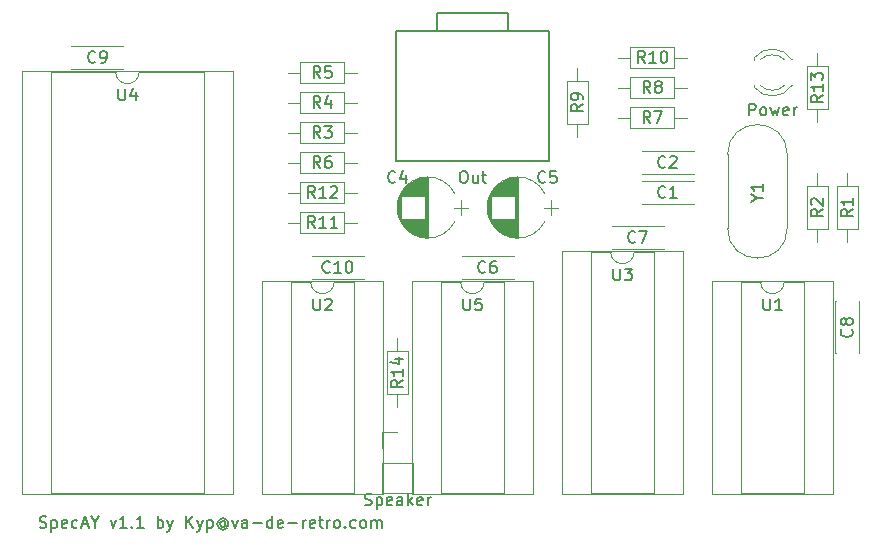
<source format=gto>
G04 #@! TF.FileFunction,Legend,Top*
%FSLAX45Y45*%
G04 Gerber Fmt 4.5, Leading zero omitted, Abs format (unit mm)*
G04 Created by KiCad (PCBNEW 4.0.7) date 03/07/18 09:30:50*
%MOMM*%
%LPD*%
G01*
G04 APERTURE LIST*
%ADD10C,0.100000*%
%ADD11C,0.200000*%
%ADD12C,0.120000*%
%ADD13C,0.150000*%
G04 APERTURE END LIST*
D10*
D11*
X11449048Y-10073476D02*
X11463333Y-10078238D01*
X11487143Y-10078238D01*
X11496667Y-10073476D01*
X11501429Y-10068714D01*
X11506190Y-10059191D01*
X11506190Y-10049667D01*
X11501429Y-10040143D01*
X11496667Y-10035381D01*
X11487143Y-10030619D01*
X11468095Y-10025857D01*
X11458571Y-10021095D01*
X11453809Y-10016333D01*
X11449048Y-10006810D01*
X11449048Y-9997286D01*
X11453809Y-9987762D01*
X11458571Y-9983000D01*
X11468095Y-9978238D01*
X11491905Y-9978238D01*
X11506190Y-9983000D01*
X11549048Y-10011571D02*
X11549048Y-10111571D01*
X11549048Y-10016333D02*
X11558571Y-10011571D01*
X11577619Y-10011571D01*
X11587143Y-10016333D01*
X11591905Y-10021095D01*
X11596667Y-10030619D01*
X11596667Y-10059191D01*
X11591905Y-10068714D01*
X11587143Y-10073476D01*
X11577619Y-10078238D01*
X11558571Y-10078238D01*
X11549048Y-10073476D01*
X11677619Y-10073476D02*
X11668095Y-10078238D01*
X11649048Y-10078238D01*
X11639524Y-10073476D01*
X11634762Y-10063952D01*
X11634762Y-10025857D01*
X11639524Y-10016333D01*
X11649048Y-10011571D01*
X11668095Y-10011571D01*
X11677619Y-10016333D01*
X11682381Y-10025857D01*
X11682381Y-10035381D01*
X11634762Y-10044905D01*
X11768095Y-10073476D02*
X11758571Y-10078238D01*
X11739524Y-10078238D01*
X11730000Y-10073476D01*
X11725238Y-10068714D01*
X11720476Y-10059191D01*
X11720476Y-10030619D01*
X11725238Y-10021095D01*
X11730000Y-10016333D01*
X11739524Y-10011571D01*
X11758571Y-10011571D01*
X11768095Y-10016333D01*
X11806190Y-10049667D02*
X11853810Y-10049667D01*
X11796667Y-10078238D02*
X11830000Y-9978238D01*
X11863333Y-10078238D01*
X11915714Y-10030619D02*
X11915714Y-10078238D01*
X11882381Y-9978238D02*
X11915714Y-10030619D01*
X11949048Y-9978238D01*
X12049048Y-10011571D02*
X12072857Y-10078238D01*
X12096667Y-10011571D01*
X12187143Y-10078238D02*
X12130000Y-10078238D01*
X12158571Y-10078238D02*
X12158571Y-9978238D01*
X12149048Y-9992524D01*
X12139524Y-10002048D01*
X12130000Y-10006810D01*
X12230000Y-10068714D02*
X12234762Y-10073476D01*
X12230000Y-10078238D01*
X12225238Y-10073476D01*
X12230000Y-10068714D01*
X12230000Y-10078238D01*
X12330000Y-10078238D02*
X12272857Y-10078238D01*
X12301429Y-10078238D02*
X12301429Y-9978238D01*
X12291905Y-9992524D01*
X12282381Y-10002048D01*
X12272857Y-10006810D01*
X12449048Y-10078238D02*
X12449048Y-9978238D01*
X12449048Y-10016333D02*
X12458571Y-10011571D01*
X12477619Y-10011571D01*
X12487143Y-10016333D01*
X12491905Y-10021095D01*
X12496667Y-10030619D01*
X12496667Y-10059191D01*
X12491905Y-10068714D01*
X12487143Y-10073476D01*
X12477619Y-10078238D01*
X12458571Y-10078238D01*
X12449048Y-10073476D01*
X12530000Y-10011571D02*
X12553810Y-10078238D01*
X12577619Y-10011571D02*
X12553810Y-10078238D01*
X12544286Y-10102048D01*
X12539524Y-10106810D01*
X12530000Y-10111571D01*
X12691905Y-10078238D02*
X12691905Y-9978238D01*
X12749048Y-10078238D02*
X12706191Y-10021095D01*
X12749048Y-9978238D02*
X12691905Y-10035381D01*
X12782381Y-10011571D02*
X12806191Y-10078238D01*
X12830000Y-10011571D02*
X12806191Y-10078238D01*
X12796667Y-10102048D01*
X12791905Y-10106810D01*
X12782381Y-10111571D01*
X12868095Y-10011571D02*
X12868095Y-10111571D01*
X12868095Y-10016333D02*
X12877619Y-10011571D01*
X12896667Y-10011571D01*
X12906191Y-10016333D01*
X12910953Y-10021095D01*
X12915714Y-10030619D01*
X12915714Y-10059191D01*
X12910953Y-10068714D01*
X12906191Y-10073476D01*
X12896667Y-10078238D01*
X12877619Y-10078238D01*
X12868095Y-10073476D01*
X13020476Y-10030619D02*
X13015714Y-10025857D01*
X13006191Y-10021095D01*
X12996667Y-10021095D01*
X12987143Y-10025857D01*
X12982381Y-10030619D01*
X12977619Y-10040143D01*
X12977619Y-10049667D01*
X12982381Y-10059191D01*
X12987143Y-10063952D01*
X12996667Y-10068714D01*
X13006191Y-10068714D01*
X13015714Y-10063952D01*
X13020476Y-10059191D01*
X13020476Y-10021095D02*
X13020476Y-10059191D01*
X13025238Y-10063952D01*
X13030000Y-10063952D01*
X13039524Y-10059191D01*
X13044286Y-10049667D01*
X13044286Y-10025857D01*
X13034762Y-10011571D01*
X13020476Y-10002048D01*
X13001429Y-9997286D01*
X12982381Y-10002048D01*
X12968095Y-10011571D01*
X12958572Y-10025857D01*
X12953810Y-10044905D01*
X12958572Y-10063952D01*
X12968095Y-10078238D01*
X12982381Y-10087762D01*
X13001429Y-10092524D01*
X13020476Y-10087762D01*
X13034762Y-10078238D01*
X13077619Y-10011571D02*
X13101429Y-10078238D01*
X13125238Y-10011571D01*
X13206191Y-10078238D02*
X13206191Y-10025857D01*
X13201429Y-10016333D01*
X13191905Y-10011571D01*
X13172857Y-10011571D01*
X13163333Y-10016333D01*
X13206191Y-10073476D02*
X13196667Y-10078238D01*
X13172857Y-10078238D01*
X13163333Y-10073476D01*
X13158572Y-10063952D01*
X13158572Y-10054429D01*
X13163333Y-10044905D01*
X13172857Y-10040143D01*
X13196667Y-10040143D01*
X13206191Y-10035381D01*
X13253810Y-10040143D02*
X13330000Y-10040143D01*
X13420476Y-10078238D02*
X13420476Y-9978238D01*
X13420476Y-10073476D02*
X13410953Y-10078238D01*
X13391905Y-10078238D01*
X13382381Y-10073476D01*
X13377619Y-10068714D01*
X13372857Y-10059191D01*
X13372857Y-10030619D01*
X13377619Y-10021095D01*
X13382381Y-10016333D01*
X13391905Y-10011571D01*
X13410953Y-10011571D01*
X13420476Y-10016333D01*
X13506191Y-10073476D02*
X13496667Y-10078238D01*
X13477619Y-10078238D01*
X13468095Y-10073476D01*
X13463333Y-10063952D01*
X13463333Y-10025857D01*
X13468095Y-10016333D01*
X13477619Y-10011571D01*
X13496667Y-10011571D01*
X13506191Y-10016333D01*
X13510953Y-10025857D01*
X13510953Y-10035381D01*
X13463333Y-10044905D01*
X13553810Y-10040143D02*
X13630000Y-10040143D01*
X13677619Y-10078238D02*
X13677619Y-10011571D01*
X13677619Y-10030619D02*
X13682381Y-10021095D01*
X13687143Y-10016333D01*
X13696667Y-10011571D01*
X13706191Y-10011571D01*
X13777619Y-10073476D02*
X13768095Y-10078238D01*
X13749048Y-10078238D01*
X13739524Y-10073476D01*
X13734762Y-10063952D01*
X13734762Y-10025857D01*
X13739524Y-10016333D01*
X13749048Y-10011571D01*
X13768095Y-10011571D01*
X13777619Y-10016333D01*
X13782381Y-10025857D01*
X13782381Y-10035381D01*
X13734762Y-10044905D01*
X13810953Y-10011571D02*
X13849048Y-10011571D01*
X13825238Y-9978238D02*
X13825238Y-10063952D01*
X13830000Y-10073476D01*
X13839524Y-10078238D01*
X13849048Y-10078238D01*
X13882381Y-10078238D02*
X13882381Y-10011571D01*
X13882381Y-10030619D02*
X13887143Y-10021095D01*
X13891905Y-10016333D01*
X13901429Y-10011571D01*
X13910953Y-10011571D01*
X13958572Y-10078238D02*
X13949048Y-10073476D01*
X13944286Y-10068714D01*
X13939524Y-10059191D01*
X13939524Y-10030619D01*
X13944286Y-10021095D01*
X13949048Y-10016333D01*
X13958572Y-10011571D01*
X13972857Y-10011571D01*
X13982381Y-10016333D01*
X13987143Y-10021095D01*
X13991905Y-10030619D01*
X13991905Y-10059191D01*
X13987143Y-10068714D01*
X13982381Y-10073476D01*
X13972857Y-10078238D01*
X13958572Y-10078238D01*
X14034762Y-10068714D02*
X14039524Y-10073476D01*
X14034762Y-10078238D01*
X14030000Y-10073476D01*
X14034762Y-10068714D01*
X14034762Y-10078238D01*
X14125238Y-10073476D02*
X14115715Y-10078238D01*
X14096667Y-10078238D01*
X14087143Y-10073476D01*
X14082381Y-10068714D01*
X14077619Y-10059191D01*
X14077619Y-10030619D01*
X14082381Y-10021095D01*
X14087143Y-10016333D01*
X14096667Y-10011571D01*
X14115715Y-10011571D01*
X14125238Y-10016333D01*
X14182381Y-10078238D02*
X14172857Y-10073476D01*
X14168095Y-10068714D01*
X14163334Y-10059191D01*
X14163334Y-10030619D01*
X14168095Y-10021095D01*
X14172857Y-10016333D01*
X14182381Y-10011571D01*
X14196667Y-10011571D01*
X14206191Y-10016333D01*
X14210953Y-10021095D01*
X14215715Y-10030619D01*
X14215715Y-10059191D01*
X14210953Y-10068714D01*
X14206191Y-10073476D01*
X14196667Y-10078238D01*
X14182381Y-10078238D01*
X14258572Y-10078238D02*
X14258572Y-10011571D01*
X14258572Y-10021095D02*
X14263334Y-10016333D01*
X14272857Y-10011571D01*
X14287143Y-10011571D01*
X14296667Y-10016333D01*
X14301429Y-10025857D01*
X14301429Y-10078238D01*
X14301429Y-10025857D02*
X14306191Y-10016333D01*
X14315715Y-10011571D01*
X14330000Y-10011571D01*
X14339524Y-10016333D01*
X14344286Y-10025857D01*
X14344286Y-10078238D01*
D12*
X16483000Y-7741000D02*
G75*
G02X16283000Y-7741000I-100000J0D01*
G01*
X16283000Y-7741000D02*
X16118000Y-7741000D01*
X16118000Y-7741000D02*
X16118000Y-9785000D01*
X16118000Y-9785000D02*
X16648000Y-9785000D01*
X16648000Y-9785000D02*
X16648000Y-7741000D01*
X16648000Y-7741000D02*
X16483000Y-7741000D01*
X15869000Y-7735000D02*
X15869000Y-9791000D01*
X15869000Y-9791000D02*
X16897000Y-9791000D01*
X16897000Y-9791000D02*
X16897000Y-7735000D01*
X16897000Y-7735000D02*
X15869000Y-7735000D01*
X16989000Y-7340000D02*
X16547000Y-7340000D01*
X16989000Y-7138000D02*
X16547000Y-7138000D01*
X16989000Y-7340000D02*
X16989000Y-7338600D01*
X16989000Y-7139400D02*
X16989000Y-7138000D01*
X16547000Y-7340000D02*
X16547000Y-7338600D01*
X16547000Y-7139400D02*
X16547000Y-7138000D01*
X16989000Y-7086000D02*
X16547000Y-7086000D01*
X16989000Y-6884000D02*
X16547000Y-6884000D01*
X16989000Y-7086000D02*
X16989000Y-7084600D01*
X16989000Y-6885400D02*
X16989000Y-6884000D01*
X16547000Y-7086000D02*
X16547000Y-7084600D01*
X16547000Y-6885400D02*
X16547000Y-6884000D01*
X15465000Y-7975000D02*
X15023000Y-7975000D01*
X15465000Y-7773000D02*
X15023000Y-7773000D01*
X15465000Y-7975000D02*
X15465000Y-7973600D01*
X15465000Y-7774400D02*
X15465000Y-7773000D01*
X15023000Y-7975000D02*
X15023000Y-7973600D01*
X15023000Y-7774400D02*
X15023000Y-7773000D01*
X16735000Y-7721000D02*
X16293000Y-7721000D01*
X16735000Y-7519000D02*
X16293000Y-7519000D01*
X16735000Y-7721000D02*
X16735000Y-7719600D01*
X16735000Y-7520400D02*
X16735000Y-7519000D01*
X16293000Y-7721000D02*
X16293000Y-7719600D01*
X16293000Y-7520400D02*
X16293000Y-7519000D01*
X18389000Y-8157000D02*
X18389000Y-8599000D01*
X18187000Y-8157000D02*
X18187000Y-8599000D01*
X18389000Y-8157000D02*
X18387600Y-8157000D01*
X18188400Y-8157000D02*
X18187000Y-8157000D01*
X18389000Y-8599000D02*
X18387600Y-8599000D01*
X18188400Y-8599000D02*
X18187000Y-8599000D01*
X11713000Y-5995000D02*
X12155000Y-5995000D01*
X11713000Y-6197000D02*
X12155000Y-6197000D01*
X11713000Y-5995000D02*
X11713000Y-5996400D01*
X11713000Y-6195600D02*
X11713000Y-6197000D01*
X12155000Y-5995000D02*
X12155000Y-5996400D01*
X12155000Y-6195600D02*
X12155000Y-6197000D01*
X18374000Y-7180000D02*
X18202000Y-7180000D01*
X18202000Y-7180000D02*
X18202000Y-7552000D01*
X18202000Y-7552000D02*
X18374000Y-7552000D01*
X18374000Y-7552000D02*
X18374000Y-7180000D01*
X18288000Y-7073000D02*
X18288000Y-7180000D01*
X18288000Y-7659000D02*
X18288000Y-7552000D01*
X17948000Y-7552000D02*
X18120000Y-7552000D01*
X18120000Y-7552000D02*
X18120000Y-7180000D01*
X18120000Y-7180000D02*
X17948000Y-7180000D01*
X17948000Y-7180000D02*
X17948000Y-7552000D01*
X18034000Y-7659000D02*
X18034000Y-7552000D01*
X18034000Y-7073000D02*
X18034000Y-7180000D01*
X13657000Y-6645000D02*
X13657000Y-6817000D01*
X13657000Y-6817000D02*
X14029000Y-6817000D01*
X14029000Y-6817000D02*
X14029000Y-6645000D01*
X14029000Y-6645000D02*
X13657000Y-6645000D01*
X13550000Y-6731000D02*
X13657000Y-6731000D01*
X14136000Y-6731000D02*
X14029000Y-6731000D01*
X13657000Y-6391000D02*
X13657000Y-6563000D01*
X13657000Y-6563000D02*
X14029000Y-6563000D01*
X14029000Y-6563000D02*
X14029000Y-6391000D01*
X14029000Y-6391000D02*
X13657000Y-6391000D01*
X13550000Y-6477000D02*
X13657000Y-6477000D01*
X14136000Y-6477000D02*
X14029000Y-6477000D01*
X13657000Y-6137000D02*
X13657000Y-6309000D01*
X13657000Y-6309000D02*
X14029000Y-6309000D01*
X14029000Y-6309000D02*
X14029000Y-6137000D01*
X14029000Y-6137000D02*
X13657000Y-6137000D01*
X13550000Y-6223000D02*
X13657000Y-6223000D01*
X14136000Y-6223000D02*
X14029000Y-6223000D01*
X13657000Y-6899000D02*
X13657000Y-7071000D01*
X13657000Y-7071000D02*
X14029000Y-7071000D01*
X14029000Y-7071000D02*
X14029000Y-6899000D01*
X14029000Y-6899000D02*
X13657000Y-6899000D01*
X13550000Y-6985000D02*
X13657000Y-6985000D01*
X14136000Y-6985000D02*
X14029000Y-6985000D01*
X16451000Y-6518000D02*
X16451000Y-6690000D01*
X16451000Y-6690000D02*
X16823000Y-6690000D01*
X16823000Y-6690000D02*
X16823000Y-6518000D01*
X16823000Y-6518000D02*
X16451000Y-6518000D01*
X16344000Y-6604000D02*
X16451000Y-6604000D01*
X16930000Y-6604000D02*
X16823000Y-6604000D01*
X16451000Y-6264000D02*
X16451000Y-6436000D01*
X16451000Y-6436000D02*
X16823000Y-6436000D01*
X16823000Y-6436000D02*
X16823000Y-6264000D01*
X16823000Y-6264000D02*
X16451000Y-6264000D01*
X16344000Y-6350000D02*
X16451000Y-6350000D01*
X16930000Y-6350000D02*
X16823000Y-6350000D01*
X16088000Y-6291000D02*
X15916000Y-6291000D01*
X15916000Y-6291000D02*
X15916000Y-6663000D01*
X15916000Y-6663000D02*
X16088000Y-6663000D01*
X16088000Y-6663000D02*
X16088000Y-6291000D01*
X16002000Y-6184000D02*
X16002000Y-6291000D01*
X16002000Y-6770000D02*
X16002000Y-6663000D01*
X16451000Y-6010000D02*
X16451000Y-6182000D01*
X16451000Y-6182000D02*
X16823000Y-6182000D01*
X16823000Y-6182000D02*
X16823000Y-6010000D01*
X16823000Y-6010000D02*
X16451000Y-6010000D01*
X16344000Y-6096000D02*
X16451000Y-6096000D01*
X16930000Y-6096000D02*
X16823000Y-6096000D01*
X13657000Y-7407000D02*
X13657000Y-7579000D01*
X13657000Y-7579000D02*
X14029000Y-7579000D01*
X14029000Y-7579000D02*
X14029000Y-7407000D01*
X14029000Y-7407000D02*
X13657000Y-7407000D01*
X13550000Y-7493000D02*
X13657000Y-7493000D01*
X14136000Y-7493000D02*
X14029000Y-7493000D01*
X13657000Y-7153000D02*
X13657000Y-7325000D01*
X13657000Y-7325000D02*
X14029000Y-7325000D01*
X14029000Y-7325000D02*
X14029000Y-7153000D01*
X14029000Y-7153000D02*
X13657000Y-7153000D01*
X13550000Y-7239000D02*
X13657000Y-7239000D01*
X14136000Y-7239000D02*
X14029000Y-7239000D01*
X17753000Y-7995000D02*
G75*
G02X17553000Y-7995000I-100000J0D01*
G01*
X17553000Y-7995000D02*
X17388000Y-7995000D01*
X17388000Y-7995000D02*
X17388000Y-9785000D01*
X17388000Y-9785000D02*
X17918000Y-9785000D01*
X17918000Y-9785000D02*
X17918000Y-7995000D01*
X17918000Y-7995000D02*
X17753000Y-7995000D01*
X17139000Y-7989000D02*
X17139000Y-9791000D01*
X17139000Y-9791000D02*
X18167000Y-9791000D01*
X18167000Y-9791000D02*
X18167000Y-7989000D01*
X18167000Y-7989000D02*
X17139000Y-7989000D01*
X13943000Y-7995000D02*
G75*
G02X13743000Y-7995000I-100000J0D01*
G01*
X13743000Y-7995000D02*
X13578000Y-7995000D01*
X13578000Y-7995000D02*
X13578000Y-9785000D01*
X13578000Y-9785000D02*
X14108000Y-9785000D01*
X14108000Y-9785000D02*
X14108000Y-7995000D01*
X14108000Y-7995000D02*
X13943000Y-7995000D01*
X13329000Y-7989000D02*
X13329000Y-9791000D01*
X13329000Y-9791000D02*
X14357000Y-9791000D01*
X14357000Y-9791000D02*
X14357000Y-7989000D01*
X14357000Y-7989000D02*
X13329000Y-7989000D01*
X12292000Y-6217000D02*
G75*
G02X12092000Y-6217000I-100000J0D01*
G01*
X12092000Y-6217000D02*
X11546000Y-6217000D01*
X11546000Y-6217000D02*
X11546000Y-9785000D01*
X11546000Y-9785000D02*
X12838000Y-9785000D01*
X12838000Y-9785000D02*
X12838000Y-6217000D01*
X12838000Y-6217000D02*
X12292000Y-6217000D01*
X11297000Y-6211000D02*
X11297000Y-9791000D01*
X11297000Y-9791000D02*
X13087000Y-9791000D01*
X13087000Y-9791000D02*
X13087000Y-6211000D01*
X13087000Y-6211000D02*
X11297000Y-6211000D01*
X17778500Y-6916500D02*
X17778500Y-7541500D01*
X17273500Y-6916500D02*
X17273500Y-7541500D01*
X17273500Y-6916500D02*
G75*
G02X17778500Y-6916500I252500J0D01*
G01*
X17273500Y-7541500D02*
G75*
G03X17778500Y-7541500I252500J0D01*
G01*
X14503428Y-7483972D02*
G75*
G03X14964558Y-7484000I230572J117972D01*
G01*
X14503428Y-7248028D02*
G75*
G02X14964558Y-7248000I230572J-117972D01*
G01*
X14503428Y-7248028D02*
G75*
G03X14503442Y-7484000I230572J-117972D01*
G01*
X14734000Y-7621000D02*
X14734000Y-7111000D01*
X14730000Y-7621000D02*
X14730000Y-7111000D01*
X14726000Y-7620900D02*
X14726000Y-7111100D01*
X14722000Y-7620800D02*
X14722000Y-7111200D01*
X14718000Y-7620600D02*
X14718000Y-7111400D01*
X14714000Y-7620300D02*
X14714000Y-7111700D01*
X14710000Y-7619900D02*
X14710000Y-7112100D01*
X14706000Y-7619500D02*
X14706000Y-7464000D01*
X14706000Y-7268000D02*
X14706000Y-7112500D01*
X14702000Y-7619100D02*
X14702000Y-7464000D01*
X14702000Y-7268000D02*
X14702000Y-7112900D01*
X14698000Y-7618500D02*
X14698000Y-7464000D01*
X14698000Y-7268000D02*
X14698000Y-7113500D01*
X14694000Y-7617900D02*
X14694000Y-7464000D01*
X14694000Y-7268000D02*
X14694000Y-7114100D01*
X14690000Y-7617300D02*
X14690000Y-7464000D01*
X14690000Y-7268000D02*
X14690000Y-7114700D01*
X14686000Y-7616600D02*
X14686000Y-7464000D01*
X14686000Y-7268000D02*
X14686000Y-7115400D01*
X14682000Y-7615800D02*
X14682000Y-7464000D01*
X14682000Y-7268000D02*
X14682000Y-7116200D01*
X14678000Y-7614900D02*
X14678000Y-7464000D01*
X14678000Y-7268000D02*
X14678000Y-7117100D01*
X14674000Y-7614000D02*
X14674000Y-7464000D01*
X14674000Y-7268000D02*
X14674000Y-7118000D01*
X14670000Y-7613000D02*
X14670000Y-7464000D01*
X14670000Y-7268000D02*
X14670000Y-7119000D01*
X14666000Y-7612000D02*
X14666000Y-7464000D01*
X14666000Y-7268000D02*
X14666000Y-7120000D01*
X14661900Y-7610800D02*
X14661900Y-7464000D01*
X14661900Y-7268000D02*
X14661900Y-7121200D01*
X14657900Y-7609600D02*
X14657900Y-7464000D01*
X14657900Y-7268000D02*
X14657900Y-7122400D01*
X14653900Y-7608400D02*
X14653900Y-7464000D01*
X14653900Y-7268000D02*
X14653900Y-7123600D01*
X14649900Y-7607000D02*
X14649900Y-7464000D01*
X14649900Y-7268000D02*
X14649900Y-7125000D01*
X14645900Y-7605600D02*
X14645900Y-7464000D01*
X14645900Y-7268000D02*
X14645900Y-7126400D01*
X14641900Y-7604200D02*
X14641900Y-7464000D01*
X14641900Y-7268000D02*
X14641900Y-7127800D01*
X14637900Y-7602600D02*
X14637900Y-7464000D01*
X14637900Y-7268000D02*
X14637900Y-7129400D01*
X14633900Y-7601000D02*
X14633900Y-7464000D01*
X14633900Y-7268000D02*
X14633900Y-7131000D01*
X14629900Y-7599300D02*
X14629900Y-7464000D01*
X14629900Y-7268000D02*
X14629900Y-7132700D01*
X14625900Y-7597500D02*
X14625900Y-7464000D01*
X14625900Y-7268000D02*
X14625900Y-7134500D01*
X14621900Y-7595600D02*
X14621900Y-7464000D01*
X14621900Y-7268000D02*
X14621900Y-7136400D01*
X14617900Y-7593600D02*
X14617900Y-7464000D01*
X14617900Y-7268000D02*
X14617900Y-7138400D01*
X14613900Y-7591600D02*
X14613900Y-7464000D01*
X14613900Y-7268000D02*
X14613900Y-7140400D01*
X14609900Y-7589400D02*
X14609900Y-7464000D01*
X14609900Y-7268000D02*
X14609900Y-7142600D01*
X14605900Y-7587200D02*
X14605900Y-7464000D01*
X14605900Y-7268000D02*
X14605900Y-7144800D01*
X14601900Y-7584900D02*
X14601900Y-7464000D01*
X14601900Y-7268000D02*
X14601900Y-7147100D01*
X14597900Y-7582500D02*
X14597900Y-7464000D01*
X14597900Y-7268000D02*
X14597900Y-7149500D01*
X14593900Y-7580000D02*
X14593900Y-7464000D01*
X14593900Y-7268000D02*
X14593900Y-7152000D01*
X14589900Y-7577300D02*
X14589900Y-7464000D01*
X14589900Y-7268000D02*
X14589900Y-7154700D01*
X14585900Y-7574600D02*
X14585900Y-7464000D01*
X14585900Y-7268000D02*
X14585900Y-7157400D01*
X14581900Y-7571800D02*
X14581900Y-7464000D01*
X14581900Y-7268000D02*
X14581900Y-7160200D01*
X14577900Y-7568800D02*
X14577900Y-7464000D01*
X14577900Y-7268000D02*
X14577900Y-7163200D01*
X14573900Y-7565700D02*
X14573900Y-7464000D01*
X14573900Y-7268000D02*
X14573900Y-7166300D01*
X14569900Y-7562500D02*
X14569900Y-7464000D01*
X14569900Y-7268000D02*
X14569900Y-7169500D01*
X14565900Y-7559200D02*
X14565900Y-7464000D01*
X14565900Y-7268000D02*
X14565900Y-7172800D01*
X14561900Y-7555700D02*
X14561900Y-7464000D01*
X14561900Y-7268000D02*
X14561900Y-7176300D01*
X14557900Y-7552100D02*
X14557900Y-7464000D01*
X14557900Y-7268000D02*
X14557900Y-7179900D01*
X14553900Y-7548300D02*
X14553900Y-7464000D01*
X14553900Y-7268000D02*
X14553900Y-7183700D01*
X14549900Y-7544300D02*
X14549900Y-7464000D01*
X14549900Y-7268000D02*
X14549900Y-7187700D01*
X14545900Y-7540200D02*
X14545900Y-7464000D01*
X14545900Y-7268000D02*
X14545900Y-7191800D01*
X14541900Y-7535900D02*
X14541900Y-7464000D01*
X14541900Y-7268000D02*
X14541900Y-7196100D01*
X14537900Y-7531400D02*
X14537900Y-7464000D01*
X14537900Y-7268000D02*
X14537900Y-7200600D01*
X14533900Y-7526600D02*
X14533900Y-7464000D01*
X14533900Y-7268000D02*
X14533900Y-7205400D01*
X14529900Y-7521600D02*
X14529900Y-7464000D01*
X14529900Y-7268000D02*
X14529900Y-7210400D01*
X14525900Y-7516400D02*
X14525900Y-7464000D01*
X14525900Y-7268000D02*
X14525900Y-7215600D01*
X14521900Y-7510800D02*
X14521900Y-7464000D01*
X14521900Y-7268000D02*
X14521900Y-7221200D01*
X14517900Y-7505000D02*
X14517900Y-7464000D01*
X14517900Y-7268000D02*
X14517900Y-7227000D01*
X14513900Y-7498700D02*
X14513900Y-7464000D01*
X14513900Y-7268000D02*
X14513900Y-7233300D01*
X14509900Y-7492100D02*
X14509900Y-7239900D01*
X14505900Y-7484900D02*
X14505900Y-7247100D01*
X14501900Y-7477200D02*
X14501900Y-7254800D01*
X14497900Y-7468800D02*
X14497900Y-7263200D01*
X14493900Y-7459400D02*
X14493900Y-7272600D01*
X14489900Y-7448900D02*
X14489900Y-7283100D01*
X14485900Y-7436700D02*
X14485900Y-7295300D01*
X14481900Y-7421900D02*
X14481900Y-7310100D01*
X14477900Y-7401400D02*
X14477900Y-7330600D01*
X15079000Y-7366000D02*
X14959000Y-7366000D01*
X15019000Y-7431000D02*
X15019000Y-7301000D01*
X15265428Y-7483972D02*
G75*
G03X15726558Y-7484000I230572J117972D01*
G01*
X15265428Y-7248028D02*
G75*
G02X15726558Y-7248000I230572J-117972D01*
G01*
X15265428Y-7248028D02*
G75*
G03X15265442Y-7484000I230572J-117972D01*
G01*
X15496000Y-7621000D02*
X15496000Y-7111000D01*
X15492000Y-7621000D02*
X15492000Y-7111000D01*
X15488000Y-7620900D02*
X15488000Y-7111100D01*
X15484000Y-7620800D02*
X15484000Y-7111200D01*
X15480000Y-7620600D02*
X15480000Y-7111400D01*
X15476000Y-7620300D02*
X15476000Y-7111700D01*
X15472000Y-7619900D02*
X15472000Y-7112100D01*
X15468000Y-7619500D02*
X15468000Y-7464000D01*
X15468000Y-7268000D02*
X15468000Y-7112500D01*
X15464000Y-7619100D02*
X15464000Y-7464000D01*
X15464000Y-7268000D02*
X15464000Y-7112900D01*
X15460000Y-7618500D02*
X15460000Y-7464000D01*
X15460000Y-7268000D02*
X15460000Y-7113500D01*
X15456000Y-7617900D02*
X15456000Y-7464000D01*
X15456000Y-7268000D02*
X15456000Y-7114100D01*
X15452000Y-7617300D02*
X15452000Y-7464000D01*
X15452000Y-7268000D02*
X15452000Y-7114700D01*
X15448000Y-7616600D02*
X15448000Y-7464000D01*
X15448000Y-7268000D02*
X15448000Y-7115400D01*
X15444000Y-7615800D02*
X15444000Y-7464000D01*
X15444000Y-7268000D02*
X15444000Y-7116200D01*
X15440000Y-7614900D02*
X15440000Y-7464000D01*
X15440000Y-7268000D02*
X15440000Y-7117100D01*
X15436000Y-7614000D02*
X15436000Y-7464000D01*
X15436000Y-7268000D02*
X15436000Y-7118000D01*
X15432000Y-7613000D02*
X15432000Y-7464000D01*
X15432000Y-7268000D02*
X15432000Y-7119000D01*
X15428000Y-7612000D02*
X15428000Y-7464000D01*
X15428000Y-7268000D02*
X15428000Y-7120000D01*
X15423900Y-7610800D02*
X15423900Y-7464000D01*
X15423900Y-7268000D02*
X15423900Y-7121200D01*
X15419900Y-7609600D02*
X15419900Y-7464000D01*
X15419900Y-7268000D02*
X15419900Y-7122400D01*
X15415900Y-7608400D02*
X15415900Y-7464000D01*
X15415900Y-7268000D02*
X15415900Y-7123600D01*
X15411900Y-7607000D02*
X15411900Y-7464000D01*
X15411900Y-7268000D02*
X15411900Y-7125000D01*
X15407900Y-7605600D02*
X15407900Y-7464000D01*
X15407900Y-7268000D02*
X15407900Y-7126400D01*
X15403900Y-7604200D02*
X15403900Y-7464000D01*
X15403900Y-7268000D02*
X15403900Y-7127800D01*
X15399900Y-7602600D02*
X15399900Y-7464000D01*
X15399900Y-7268000D02*
X15399900Y-7129400D01*
X15395900Y-7601000D02*
X15395900Y-7464000D01*
X15395900Y-7268000D02*
X15395900Y-7131000D01*
X15391900Y-7599300D02*
X15391900Y-7464000D01*
X15391900Y-7268000D02*
X15391900Y-7132700D01*
X15387900Y-7597500D02*
X15387900Y-7464000D01*
X15387900Y-7268000D02*
X15387900Y-7134500D01*
X15383900Y-7595600D02*
X15383900Y-7464000D01*
X15383900Y-7268000D02*
X15383900Y-7136400D01*
X15379900Y-7593600D02*
X15379900Y-7464000D01*
X15379900Y-7268000D02*
X15379900Y-7138400D01*
X15375900Y-7591600D02*
X15375900Y-7464000D01*
X15375900Y-7268000D02*
X15375900Y-7140400D01*
X15371900Y-7589400D02*
X15371900Y-7464000D01*
X15371900Y-7268000D02*
X15371900Y-7142600D01*
X15367900Y-7587200D02*
X15367900Y-7464000D01*
X15367900Y-7268000D02*
X15367900Y-7144800D01*
X15363900Y-7584900D02*
X15363900Y-7464000D01*
X15363900Y-7268000D02*
X15363900Y-7147100D01*
X15359900Y-7582500D02*
X15359900Y-7464000D01*
X15359900Y-7268000D02*
X15359900Y-7149500D01*
X15355900Y-7580000D02*
X15355900Y-7464000D01*
X15355900Y-7268000D02*
X15355900Y-7152000D01*
X15351900Y-7577300D02*
X15351900Y-7464000D01*
X15351900Y-7268000D02*
X15351900Y-7154700D01*
X15347900Y-7574600D02*
X15347900Y-7464000D01*
X15347900Y-7268000D02*
X15347900Y-7157400D01*
X15343900Y-7571800D02*
X15343900Y-7464000D01*
X15343900Y-7268000D02*
X15343900Y-7160200D01*
X15339900Y-7568800D02*
X15339900Y-7464000D01*
X15339900Y-7268000D02*
X15339900Y-7163200D01*
X15335900Y-7565700D02*
X15335900Y-7464000D01*
X15335900Y-7268000D02*
X15335900Y-7166300D01*
X15331900Y-7562500D02*
X15331900Y-7464000D01*
X15331900Y-7268000D02*
X15331900Y-7169500D01*
X15327900Y-7559200D02*
X15327900Y-7464000D01*
X15327900Y-7268000D02*
X15327900Y-7172800D01*
X15323900Y-7555700D02*
X15323900Y-7464000D01*
X15323900Y-7268000D02*
X15323900Y-7176300D01*
X15319900Y-7552100D02*
X15319900Y-7464000D01*
X15319900Y-7268000D02*
X15319900Y-7179900D01*
X15315900Y-7548300D02*
X15315900Y-7464000D01*
X15315900Y-7268000D02*
X15315900Y-7183700D01*
X15311900Y-7544300D02*
X15311900Y-7464000D01*
X15311900Y-7268000D02*
X15311900Y-7187700D01*
X15307900Y-7540200D02*
X15307900Y-7464000D01*
X15307900Y-7268000D02*
X15307900Y-7191800D01*
X15303900Y-7535900D02*
X15303900Y-7464000D01*
X15303900Y-7268000D02*
X15303900Y-7196100D01*
X15299900Y-7531400D02*
X15299900Y-7464000D01*
X15299900Y-7268000D02*
X15299900Y-7200600D01*
X15295900Y-7526600D02*
X15295900Y-7464000D01*
X15295900Y-7268000D02*
X15295900Y-7205400D01*
X15291900Y-7521600D02*
X15291900Y-7464000D01*
X15291900Y-7268000D02*
X15291900Y-7210400D01*
X15287900Y-7516400D02*
X15287900Y-7464000D01*
X15287900Y-7268000D02*
X15287900Y-7215600D01*
X15283900Y-7510800D02*
X15283900Y-7464000D01*
X15283900Y-7268000D02*
X15283900Y-7221200D01*
X15279900Y-7505000D02*
X15279900Y-7464000D01*
X15279900Y-7268000D02*
X15279900Y-7227000D01*
X15275900Y-7498700D02*
X15275900Y-7464000D01*
X15275900Y-7268000D02*
X15275900Y-7233300D01*
X15271900Y-7492100D02*
X15271900Y-7239900D01*
X15267900Y-7484900D02*
X15267900Y-7247100D01*
X15263900Y-7477200D02*
X15263900Y-7254800D01*
X15259900Y-7468800D02*
X15259900Y-7263200D01*
X15255900Y-7459400D02*
X15255900Y-7272600D01*
X15251900Y-7448900D02*
X15251900Y-7283100D01*
X15247900Y-7436700D02*
X15247900Y-7295300D01*
X15243900Y-7421900D02*
X15243900Y-7310100D01*
X15239900Y-7401400D02*
X15239900Y-7330600D01*
X15841000Y-7366000D02*
X15721000Y-7366000D01*
X15781000Y-7431000D02*
X15781000Y-7301000D01*
D13*
X15413000Y-5873000D02*
X15413000Y-5723000D01*
X15413000Y-5723000D02*
X14813000Y-5723000D01*
X14813000Y-5723000D02*
X14813000Y-5873000D01*
X14463000Y-6973000D02*
X15763000Y-6973000D01*
X15763000Y-6973000D02*
X15763000Y-5873000D01*
X15763000Y-5873000D02*
X14463000Y-5873000D01*
X14463000Y-5873000D02*
X14463000Y-6973000D01*
D12*
X14195000Y-7975000D02*
X13753000Y-7975000D01*
X14195000Y-7773000D02*
X13753000Y-7773000D01*
X14195000Y-7975000D02*
X14195000Y-7973600D01*
X14195000Y-7774400D02*
X14195000Y-7773000D01*
X13753000Y-7975000D02*
X13753000Y-7973600D01*
X13753000Y-7774400D02*
X13753000Y-7773000D01*
X15213000Y-7995000D02*
G75*
G02X15013000Y-7995000I-100000J0D01*
G01*
X15013000Y-7995000D02*
X14848000Y-7995000D01*
X14848000Y-7995000D02*
X14848000Y-9785000D01*
X14848000Y-9785000D02*
X15378000Y-9785000D01*
X15378000Y-9785000D02*
X15378000Y-7995000D01*
X15378000Y-7995000D02*
X15213000Y-7995000D01*
X14599000Y-7989000D02*
X14599000Y-9791000D01*
X14599000Y-9791000D02*
X15627000Y-9791000D01*
X15627000Y-9791000D02*
X15627000Y-7989000D01*
X15627000Y-7989000D02*
X14599000Y-7989000D01*
X17820234Y-6115139D02*
G75*
G03X17497000Y-6099448I-167234J-107861D01*
G01*
X17820234Y-6330861D02*
G75*
G02X17497000Y-6346552I-167234J107861D01*
G01*
X17757113Y-6115016D02*
G75*
G03X17548904Y-6115000I-104113J-107984D01*
G01*
X17757113Y-6330984D02*
G75*
G02X17548904Y-6331000I-104113J107984D01*
G01*
X17497000Y-6099400D02*
X17497000Y-6115000D01*
X17497000Y-6331000D02*
X17497000Y-6346600D01*
X18120000Y-6164000D02*
X17948000Y-6164000D01*
X17948000Y-6164000D02*
X17948000Y-6536000D01*
X17948000Y-6536000D02*
X18120000Y-6536000D01*
X18120000Y-6536000D02*
X18120000Y-6164000D01*
X18034000Y-6057000D02*
X18034000Y-6164000D01*
X18034000Y-6643000D02*
X18034000Y-6536000D01*
X14392000Y-8949000D02*
X14564000Y-8949000D01*
X14564000Y-8949000D02*
X14564000Y-8577000D01*
X14564000Y-8577000D02*
X14392000Y-8577000D01*
X14392000Y-8577000D02*
X14392000Y-8949000D01*
X14478000Y-9056000D02*
X14478000Y-8949000D01*
X14478000Y-8470000D02*
X14478000Y-8577000D01*
X14345000Y-9785000D02*
X14611000Y-9785000D01*
X14345000Y-9525000D02*
X14345000Y-9785000D01*
X14611000Y-9525000D02*
X14611000Y-9785000D01*
X14345000Y-9525000D02*
X14611000Y-9525000D01*
X14345000Y-9398000D02*
X14345000Y-9265000D01*
X14345000Y-9265000D02*
X14478000Y-9265000D01*
D13*
X16306809Y-7882738D02*
X16306809Y-7963690D01*
X16311571Y-7973214D01*
X16316333Y-7977976D01*
X16325857Y-7982738D01*
X16344905Y-7982738D01*
X16354429Y-7977976D01*
X16359190Y-7973214D01*
X16363952Y-7963690D01*
X16363952Y-7882738D01*
X16402048Y-7882738D02*
X16463952Y-7882738D01*
X16430619Y-7920833D01*
X16444905Y-7920833D01*
X16454429Y-7925595D01*
X16459190Y-7930357D01*
X16463952Y-7939881D01*
X16463952Y-7963690D01*
X16459190Y-7973214D01*
X16454429Y-7977976D01*
X16444905Y-7982738D01*
X16416333Y-7982738D01*
X16406809Y-7977976D01*
X16402048Y-7973214D01*
X16747333Y-7274714D02*
X16742571Y-7279476D01*
X16728286Y-7284238D01*
X16718762Y-7284238D01*
X16704476Y-7279476D01*
X16694952Y-7269952D01*
X16690190Y-7260429D01*
X16685429Y-7241381D01*
X16685429Y-7227095D01*
X16690190Y-7208048D01*
X16694952Y-7198524D01*
X16704476Y-7189000D01*
X16718762Y-7184238D01*
X16728286Y-7184238D01*
X16742571Y-7189000D01*
X16747333Y-7193762D01*
X16842572Y-7284238D02*
X16785429Y-7284238D01*
X16814000Y-7284238D02*
X16814000Y-7184238D01*
X16804476Y-7198524D01*
X16794952Y-7208048D01*
X16785429Y-7212809D01*
X16747333Y-7020714D02*
X16742571Y-7025476D01*
X16728286Y-7030238D01*
X16718762Y-7030238D01*
X16704476Y-7025476D01*
X16694952Y-7015952D01*
X16690190Y-7006429D01*
X16685429Y-6987381D01*
X16685429Y-6973095D01*
X16690190Y-6954048D01*
X16694952Y-6944524D01*
X16704476Y-6935000D01*
X16718762Y-6930238D01*
X16728286Y-6930238D01*
X16742571Y-6935000D01*
X16747333Y-6939762D01*
X16785429Y-6939762D02*
X16790191Y-6935000D01*
X16799714Y-6930238D01*
X16823524Y-6930238D01*
X16833048Y-6935000D01*
X16837810Y-6939762D01*
X16842572Y-6949286D01*
X16842572Y-6958809D01*
X16837810Y-6973095D01*
X16780667Y-7030238D01*
X16842572Y-7030238D01*
X15223333Y-7909714D02*
X15218571Y-7914476D01*
X15204286Y-7919238D01*
X15194762Y-7919238D01*
X15180476Y-7914476D01*
X15170952Y-7904952D01*
X15166190Y-7895429D01*
X15161429Y-7876381D01*
X15161429Y-7862095D01*
X15166190Y-7843048D01*
X15170952Y-7833524D01*
X15180476Y-7824000D01*
X15194762Y-7819238D01*
X15204286Y-7819238D01*
X15218571Y-7824000D01*
X15223333Y-7828762D01*
X15309048Y-7819238D02*
X15290000Y-7819238D01*
X15280476Y-7824000D01*
X15275714Y-7828762D01*
X15266190Y-7843048D01*
X15261429Y-7862095D01*
X15261429Y-7900190D01*
X15266190Y-7909714D01*
X15270952Y-7914476D01*
X15280476Y-7919238D01*
X15299524Y-7919238D01*
X15309048Y-7914476D01*
X15313810Y-7909714D01*
X15318571Y-7900190D01*
X15318571Y-7876381D01*
X15313810Y-7866857D01*
X15309048Y-7862095D01*
X15299524Y-7857333D01*
X15280476Y-7857333D01*
X15270952Y-7862095D01*
X15266190Y-7866857D01*
X15261429Y-7876381D01*
X16493333Y-7655714D02*
X16488571Y-7660476D01*
X16474286Y-7665238D01*
X16464762Y-7665238D01*
X16450476Y-7660476D01*
X16440952Y-7650952D01*
X16436190Y-7641429D01*
X16431429Y-7622381D01*
X16431429Y-7608095D01*
X16436190Y-7589048D01*
X16440952Y-7579524D01*
X16450476Y-7570000D01*
X16464762Y-7565238D01*
X16474286Y-7565238D01*
X16488571Y-7570000D01*
X16493333Y-7574762D01*
X16526667Y-7565238D02*
X16593333Y-7565238D01*
X16550476Y-7665238D01*
X18323714Y-8398667D02*
X18328476Y-8403429D01*
X18333238Y-8417714D01*
X18333238Y-8427238D01*
X18328476Y-8441524D01*
X18318952Y-8451048D01*
X18309429Y-8455810D01*
X18290381Y-8460571D01*
X18276095Y-8460571D01*
X18257048Y-8455810D01*
X18247524Y-8451048D01*
X18238000Y-8441524D01*
X18233238Y-8427238D01*
X18233238Y-8417714D01*
X18238000Y-8403429D01*
X18242762Y-8398667D01*
X18276095Y-8341524D02*
X18271333Y-8351048D01*
X18266571Y-8355809D01*
X18257048Y-8360571D01*
X18252286Y-8360571D01*
X18242762Y-8355809D01*
X18238000Y-8351048D01*
X18233238Y-8341524D01*
X18233238Y-8322476D01*
X18238000Y-8312952D01*
X18242762Y-8308190D01*
X18252286Y-8303428D01*
X18257048Y-8303428D01*
X18266571Y-8308190D01*
X18271333Y-8312952D01*
X18276095Y-8322476D01*
X18276095Y-8341524D01*
X18280857Y-8351048D01*
X18285619Y-8355809D01*
X18295143Y-8360571D01*
X18314191Y-8360571D01*
X18323714Y-8355809D01*
X18328476Y-8351048D01*
X18333238Y-8341524D01*
X18333238Y-8322476D01*
X18328476Y-8312952D01*
X18323714Y-8308190D01*
X18314191Y-8303428D01*
X18295143Y-8303428D01*
X18285619Y-8308190D01*
X18280857Y-8312952D01*
X18276095Y-8322476D01*
X11921333Y-6131714D02*
X11916571Y-6136476D01*
X11902286Y-6141238D01*
X11892762Y-6141238D01*
X11878476Y-6136476D01*
X11868952Y-6126952D01*
X11864190Y-6117429D01*
X11859429Y-6098381D01*
X11859429Y-6084095D01*
X11864190Y-6065048D01*
X11868952Y-6055524D01*
X11878476Y-6046000D01*
X11892762Y-6041238D01*
X11902286Y-6041238D01*
X11916571Y-6046000D01*
X11921333Y-6050762D01*
X11968952Y-6141238D02*
X11988000Y-6141238D01*
X11997524Y-6136476D01*
X12002286Y-6131714D01*
X12011810Y-6117429D01*
X12016571Y-6098381D01*
X12016571Y-6060286D01*
X12011810Y-6050762D01*
X12007048Y-6046000D01*
X11997524Y-6041238D01*
X11978476Y-6041238D01*
X11968952Y-6046000D01*
X11964190Y-6050762D01*
X11959429Y-6060286D01*
X11959429Y-6084095D01*
X11964190Y-6093619D01*
X11968952Y-6098381D01*
X11978476Y-6103143D01*
X11997524Y-6103143D01*
X12007048Y-6098381D01*
X12011810Y-6093619D01*
X12016571Y-6084095D01*
X18333238Y-7382667D02*
X18285619Y-7416000D01*
X18333238Y-7439809D02*
X18233238Y-7439809D01*
X18233238Y-7401714D01*
X18238000Y-7392190D01*
X18242762Y-7387428D01*
X18252286Y-7382667D01*
X18266571Y-7382667D01*
X18276095Y-7387428D01*
X18280857Y-7392190D01*
X18285619Y-7401714D01*
X18285619Y-7439809D01*
X18333238Y-7287428D02*
X18333238Y-7344571D01*
X18333238Y-7316000D02*
X18233238Y-7316000D01*
X18247524Y-7325524D01*
X18257048Y-7335048D01*
X18261810Y-7344571D01*
X18079238Y-7382667D02*
X18031619Y-7416000D01*
X18079238Y-7439809D02*
X17979238Y-7439809D01*
X17979238Y-7401714D01*
X17984000Y-7392190D01*
X17988762Y-7387428D01*
X17998286Y-7382667D01*
X18012571Y-7382667D01*
X18022095Y-7387428D01*
X18026857Y-7392190D01*
X18031619Y-7401714D01*
X18031619Y-7439809D01*
X17988762Y-7344571D02*
X17984000Y-7339809D01*
X17979238Y-7330286D01*
X17979238Y-7306476D01*
X17984000Y-7296952D01*
X17988762Y-7292190D01*
X17998286Y-7287428D01*
X18007810Y-7287428D01*
X18022095Y-7292190D01*
X18079238Y-7349333D01*
X18079238Y-7287428D01*
X13826333Y-6776238D02*
X13793000Y-6728619D01*
X13769190Y-6776238D02*
X13769190Y-6676238D01*
X13807286Y-6676238D01*
X13816810Y-6681000D01*
X13821571Y-6685762D01*
X13826333Y-6695286D01*
X13826333Y-6709571D01*
X13821571Y-6719095D01*
X13816810Y-6723857D01*
X13807286Y-6728619D01*
X13769190Y-6728619D01*
X13859667Y-6676238D02*
X13921571Y-6676238D01*
X13888238Y-6714333D01*
X13902524Y-6714333D01*
X13912048Y-6719095D01*
X13916810Y-6723857D01*
X13921571Y-6733381D01*
X13921571Y-6757190D01*
X13916810Y-6766714D01*
X13912048Y-6771476D01*
X13902524Y-6776238D01*
X13873952Y-6776238D01*
X13864429Y-6771476D01*
X13859667Y-6766714D01*
X13826333Y-6522238D02*
X13793000Y-6474619D01*
X13769190Y-6522238D02*
X13769190Y-6422238D01*
X13807286Y-6422238D01*
X13816810Y-6427000D01*
X13821571Y-6431762D01*
X13826333Y-6441286D01*
X13826333Y-6455571D01*
X13821571Y-6465095D01*
X13816810Y-6469857D01*
X13807286Y-6474619D01*
X13769190Y-6474619D01*
X13912048Y-6455571D02*
X13912048Y-6522238D01*
X13888238Y-6417476D02*
X13864429Y-6488905D01*
X13926333Y-6488905D01*
X13826333Y-6268238D02*
X13793000Y-6220619D01*
X13769190Y-6268238D02*
X13769190Y-6168238D01*
X13807286Y-6168238D01*
X13816810Y-6173000D01*
X13821571Y-6177762D01*
X13826333Y-6187286D01*
X13826333Y-6201571D01*
X13821571Y-6211095D01*
X13816810Y-6215857D01*
X13807286Y-6220619D01*
X13769190Y-6220619D01*
X13916810Y-6168238D02*
X13869190Y-6168238D01*
X13864429Y-6215857D01*
X13869190Y-6211095D01*
X13878714Y-6206333D01*
X13902524Y-6206333D01*
X13912048Y-6211095D01*
X13916810Y-6215857D01*
X13921571Y-6225381D01*
X13921571Y-6249190D01*
X13916810Y-6258714D01*
X13912048Y-6263476D01*
X13902524Y-6268238D01*
X13878714Y-6268238D01*
X13869190Y-6263476D01*
X13864429Y-6258714D01*
X13826333Y-7030238D02*
X13793000Y-6982619D01*
X13769190Y-7030238D02*
X13769190Y-6930238D01*
X13807286Y-6930238D01*
X13816810Y-6935000D01*
X13821571Y-6939762D01*
X13826333Y-6949286D01*
X13826333Y-6963571D01*
X13821571Y-6973095D01*
X13816810Y-6977857D01*
X13807286Y-6982619D01*
X13769190Y-6982619D01*
X13912048Y-6930238D02*
X13893000Y-6930238D01*
X13883476Y-6935000D01*
X13878714Y-6939762D01*
X13869190Y-6954048D01*
X13864429Y-6973095D01*
X13864429Y-7011190D01*
X13869190Y-7020714D01*
X13873952Y-7025476D01*
X13883476Y-7030238D01*
X13902524Y-7030238D01*
X13912048Y-7025476D01*
X13916810Y-7020714D01*
X13921571Y-7011190D01*
X13921571Y-6987381D01*
X13916810Y-6977857D01*
X13912048Y-6973095D01*
X13902524Y-6968333D01*
X13883476Y-6968333D01*
X13873952Y-6973095D01*
X13869190Y-6977857D01*
X13864429Y-6987381D01*
X16620333Y-6649238D02*
X16587000Y-6601619D01*
X16563190Y-6649238D02*
X16563190Y-6549238D01*
X16601286Y-6549238D01*
X16610810Y-6554000D01*
X16615571Y-6558762D01*
X16620333Y-6568286D01*
X16620333Y-6582571D01*
X16615571Y-6592095D01*
X16610810Y-6596857D01*
X16601286Y-6601619D01*
X16563190Y-6601619D01*
X16653667Y-6549238D02*
X16720333Y-6549238D01*
X16677476Y-6649238D01*
X16620333Y-6395238D02*
X16587000Y-6347619D01*
X16563190Y-6395238D02*
X16563190Y-6295238D01*
X16601286Y-6295238D01*
X16610810Y-6300000D01*
X16615571Y-6304762D01*
X16620333Y-6314286D01*
X16620333Y-6328571D01*
X16615571Y-6338095D01*
X16610810Y-6342857D01*
X16601286Y-6347619D01*
X16563190Y-6347619D01*
X16677476Y-6338095D02*
X16667952Y-6333333D01*
X16663190Y-6328571D01*
X16658429Y-6319048D01*
X16658429Y-6314286D01*
X16663190Y-6304762D01*
X16667952Y-6300000D01*
X16677476Y-6295238D01*
X16696524Y-6295238D01*
X16706048Y-6300000D01*
X16710810Y-6304762D01*
X16715571Y-6314286D01*
X16715571Y-6319048D01*
X16710810Y-6328571D01*
X16706048Y-6333333D01*
X16696524Y-6338095D01*
X16677476Y-6338095D01*
X16667952Y-6342857D01*
X16663190Y-6347619D01*
X16658429Y-6357143D01*
X16658429Y-6376190D01*
X16663190Y-6385714D01*
X16667952Y-6390476D01*
X16677476Y-6395238D01*
X16696524Y-6395238D01*
X16706048Y-6390476D01*
X16710810Y-6385714D01*
X16715571Y-6376190D01*
X16715571Y-6357143D01*
X16710810Y-6347619D01*
X16706048Y-6342857D01*
X16696524Y-6338095D01*
X16047238Y-6493667D02*
X15999619Y-6527000D01*
X16047238Y-6550809D02*
X15947238Y-6550809D01*
X15947238Y-6512714D01*
X15952000Y-6503190D01*
X15956762Y-6498428D01*
X15966286Y-6493667D01*
X15980571Y-6493667D01*
X15990095Y-6498428D01*
X15994857Y-6503190D01*
X15999619Y-6512714D01*
X15999619Y-6550809D01*
X16047238Y-6446048D02*
X16047238Y-6427000D01*
X16042476Y-6417476D01*
X16037714Y-6412714D01*
X16023429Y-6403190D01*
X16004381Y-6398428D01*
X15966286Y-6398428D01*
X15956762Y-6403190D01*
X15952000Y-6407952D01*
X15947238Y-6417476D01*
X15947238Y-6436524D01*
X15952000Y-6446048D01*
X15956762Y-6450809D01*
X15966286Y-6455571D01*
X15990095Y-6455571D01*
X15999619Y-6450809D01*
X16004381Y-6446048D01*
X16009143Y-6436524D01*
X16009143Y-6417476D01*
X16004381Y-6407952D01*
X15999619Y-6403190D01*
X15990095Y-6398428D01*
X16572714Y-6141238D02*
X16539381Y-6093619D01*
X16515571Y-6141238D02*
X16515571Y-6041238D01*
X16553667Y-6041238D01*
X16563190Y-6046000D01*
X16567952Y-6050762D01*
X16572714Y-6060286D01*
X16572714Y-6074571D01*
X16567952Y-6084095D01*
X16563190Y-6088857D01*
X16553667Y-6093619D01*
X16515571Y-6093619D01*
X16667952Y-6141238D02*
X16610809Y-6141238D01*
X16639381Y-6141238D02*
X16639381Y-6041238D01*
X16629857Y-6055524D01*
X16620333Y-6065048D01*
X16610809Y-6069809D01*
X16729857Y-6041238D02*
X16739381Y-6041238D01*
X16748905Y-6046000D01*
X16753667Y-6050762D01*
X16758429Y-6060286D01*
X16763190Y-6079333D01*
X16763190Y-6103143D01*
X16758429Y-6122190D01*
X16753667Y-6131714D01*
X16748905Y-6136476D01*
X16739381Y-6141238D01*
X16729857Y-6141238D01*
X16720333Y-6136476D01*
X16715571Y-6131714D01*
X16710809Y-6122190D01*
X16706048Y-6103143D01*
X16706048Y-6079333D01*
X16710809Y-6060286D01*
X16715571Y-6050762D01*
X16720333Y-6046000D01*
X16729857Y-6041238D01*
X13778714Y-7538238D02*
X13745381Y-7490619D01*
X13721571Y-7538238D02*
X13721571Y-7438238D01*
X13759667Y-7438238D01*
X13769190Y-7443000D01*
X13773952Y-7447762D01*
X13778714Y-7457286D01*
X13778714Y-7471571D01*
X13773952Y-7481095D01*
X13769190Y-7485857D01*
X13759667Y-7490619D01*
X13721571Y-7490619D01*
X13873952Y-7538238D02*
X13816809Y-7538238D01*
X13845381Y-7538238D02*
X13845381Y-7438238D01*
X13835857Y-7452524D01*
X13826333Y-7462048D01*
X13816809Y-7466809D01*
X13969190Y-7538238D02*
X13912048Y-7538238D01*
X13940619Y-7538238D02*
X13940619Y-7438238D01*
X13931095Y-7452524D01*
X13921571Y-7462048D01*
X13912048Y-7466809D01*
X13778714Y-7284238D02*
X13745381Y-7236619D01*
X13721571Y-7284238D02*
X13721571Y-7184238D01*
X13759667Y-7184238D01*
X13769190Y-7189000D01*
X13773952Y-7193762D01*
X13778714Y-7203286D01*
X13778714Y-7217571D01*
X13773952Y-7227095D01*
X13769190Y-7231857D01*
X13759667Y-7236619D01*
X13721571Y-7236619D01*
X13873952Y-7284238D02*
X13816809Y-7284238D01*
X13845381Y-7284238D02*
X13845381Y-7184238D01*
X13835857Y-7198524D01*
X13826333Y-7208048D01*
X13816809Y-7212809D01*
X13912048Y-7193762D02*
X13916809Y-7189000D01*
X13926333Y-7184238D01*
X13950143Y-7184238D01*
X13959667Y-7189000D01*
X13964429Y-7193762D01*
X13969190Y-7203286D01*
X13969190Y-7212809D01*
X13964429Y-7227095D01*
X13907286Y-7284238D01*
X13969190Y-7284238D01*
X17576810Y-8136738D02*
X17576810Y-8217690D01*
X17581571Y-8227214D01*
X17586333Y-8231976D01*
X17595857Y-8236738D01*
X17614905Y-8236738D01*
X17624429Y-8231976D01*
X17629191Y-8227214D01*
X17633952Y-8217690D01*
X17633952Y-8136738D01*
X17733952Y-8236738D02*
X17676810Y-8236738D01*
X17705381Y-8236738D02*
X17705381Y-8136738D01*
X17695857Y-8151024D01*
X17686333Y-8160548D01*
X17676810Y-8165309D01*
X13766809Y-8136738D02*
X13766809Y-8217690D01*
X13771571Y-8227214D01*
X13776333Y-8231976D01*
X13785857Y-8236738D01*
X13804905Y-8236738D01*
X13814429Y-8231976D01*
X13819190Y-8227214D01*
X13823952Y-8217690D01*
X13823952Y-8136738D01*
X13866809Y-8146262D02*
X13871571Y-8141500D01*
X13881095Y-8136738D01*
X13904905Y-8136738D01*
X13914429Y-8141500D01*
X13919190Y-8146262D01*
X13923952Y-8155786D01*
X13923952Y-8165309D01*
X13919190Y-8179595D01*
X13862048Y-8236738D01*
X13923952Y-8236738D01*
X12115809Y-6358738D02*
X12115809Y-6439690D01*
X12120571Y-6449214D01*
X12125333Y-6453976D01*
X12134857Y-6458738D01*
X12153905Y-6458738D01*
X12163429Y-6453976D01*
X12168190Y-6449214D01*
X12172952Y-6439690D01*
X12172952Y-6358738D01*
X12263429Y-6392071D02*
X12263429Y-6458738D01*
X12239619Y-6353976D02*
X12215809Y-6425405D01*
X12277714Y-6425405D01*
X17523619Y-7286619D02*
X17571238Y-7286619D01*
X17471238Y-7319952D02*
X17523619Y-7286619D01*
X17471238Y-7253286D01*
X17571238Y-7167571D02*
X17571238Y-7224714D01*
X17571238Y-7196143D02*
X17471238Y-7196143D01*
X17485524Y-7205667D01*
X17495048Y-7215190D01*
X17499810Y-7224714D01*
X14461333Y-7147714D02*
X14456571Y-7152476D01*
X14442286Y-7157238D01*
X14432762Y-7157238D01*
X14418476Y-7152476D01*
X14408952Y-7142952D01*
X14404190Y-7133429D01*
X14399429Y-7114381D01*
X14399429Y-7100095D01*
X14404190Y-7081048D01*
X14408952Y-7071524D01*
X14418476Y-7062000D01*
X14432762Y-7057238D01*
X14442286Y-7057238D01*
X14456571Y-7062000D01*
X14461333Y-7066762D01*
X14547048Y-7090571D02*
X14547048Y-7157238D01*
X14523238Y-7052476D02*
X14499429Y-7123905D01*
X14561333Y-7123905D01*
X15731333Y-7147714D02*
X15726571Y-7152476D01*
X15712286Y-7157238D01*
X15702762Y-7157238D01*
X15688476Y-7152476D01*
X15678952Y-7142952D01*
X15674190Y-7133429D01*
X15669429Y-7114381D01*
X15669429Y-7100095D01*
X15674190Y-7081048D01*
X15678952Y-7071524D01*
X15688476Y-7062000D01*
X15702762Y-7057238D01*
X15712286Y-7057238D01*
X15726571Y-7062000D01*
X15731333Y-7066762D01*
X15821810Y-7057238D02*
X15774190Y-7057238D01*
X15769429Y-7104857D01*
X15774190Y-7100095D01*
X15783714Y-7095333D01*
X15807524Y-7095333D01*
X15817048Y-7100095D01*
X15821810Y-7104857D01*
X15826571Y-7114381D01*
X15826571Y-7138190D01*
X15821810Y-7147714D01*
X15817048Y-7152476D01*
X15807524Y-7157238D01*
X15783714Y-7157238D01*
X15774190Y-7152476D01*
X15769429Y-7147714D01*
X15029667Y-7057238D02*
X15048714Y-7057238D01*
X15058238Y-7062000D01*
X15067762Y-7071524D01*
X15072524Y-7090571D01*
X15072524Y-7123905D01*
X15067762Y-7142952D01*
X15058238Y-7152476D01*
X15048714Y-7157238D01*
X15029667Y-7157238D01*
X15020143Y-7152476D01*
X15010619Y-7142952D01*
X15005857Y-7123905D01*
X15005857Y-7090571D01*
X15010619Y-7071524D01*
X15020143Y-7062000D01*
X15029667Y-7057238D01*
X15158238Y-7090571D02*
X15158238Y-7157238D01*
X15115381Y-7090571D02*
X15115381Y-7142952D01*
X15120143Y-7152476D01*
X15129667Y-7157238D01*
X15143952Y-7157238D01*
X15153476Y-7152476D01*
X15158238Y-7147714D01*
X15191571Y-7090571D02*
X15229667Y-7090571D01*
X15205857Y-7057238D02*
X15205857Y-7142952D01*
X15210619Y-7152476D01*
X15220143Y-7157238D01*
X15229667Y-7157238D01*
X13905714Y-7909714D02*
X13900952Y-7914476D01*
X13886667Y-7919238D01*
X13877143Y-7919238D01*
X13862857Y-7914476D01*
X13853333Y-7904952D01*
X13848571Y-7895429D01*
X13843809Y-7876381D01*
X13843809Y-7862095D01*
X13848571Y-7843048D01*
X13853333Y-7833524D01*
X13862857Y-7824000D01*
X13877143Y-7819238D01*
X13886667Y-7819238D01*
X13900952Y-7824000D01*
X13905714Y-7828762D01*
X14000952Y-7919238D02*
X13943809Y-7919238D01*
X13972381Y-7919238D02*
X13972381Y-7819238D01*
X13962857Y-7833524D01*
X13953333Y-7843048D01*
X13943809Y-7847809D01*
X14062857Y-7819238D02*
X14072381Y-7819238D01*
X14081905Y-7824000D01*
X14086667Y-7828762D01*
X14091429Y-7838286D01*
X14096190Y-7857333D01*
X14096190Y-7881143D01*
X14091429Y-7900190D01*
X14086667Y-7909714D01*
X14081905Y-7914476D01*
X14072381Y-7919238D01*
X14062857Y-7919238D01*
X14053333Y-7914476D01*
X14048571Y-7909714D01*
X14043809Y-7900190D01*
X14039048Y-7881143D01*
X14039048Y-7857333D01*
X14043809Y-7838286D01*
X14048571Y-7828762D01*
X14053333Y-7824000D01*
X14062857Y-7819238D01*
X15036809Y-8136738D02*
X15036809Y-8217690D01*
X15041571Y-8227214D01*
X15046333Y-8231976D01*
X15055857Y-8236738D01*
X15074905Y-8236738D01*
X15084429Y-8231976D01*
X15089190Y-8227214D01*
X15093952Y-8217690D01*
X15093952Y-8136738D01*
X15189190Y-8136738D02*
X15141571Y-8136738D01*
X15136809Y-8184357D01*
X15141571Y-8179595D01*
X15151095Y-8174833D01*
X15174905Y-8174833D01*
X15184429Y-8179595D01*
X15189190Y-8184357D01*
X15193952Y-8193881D01*
X15193952Y-8217690D01*
X15189190Y-8227214D01*
X15184429Y-8231976D01*
X15174905Y-8236738D01*
X15151095Y-8236738D01*
X15141571Y-8231976D01*
X15136809Y-8227214D01*
X17455381Y-6585738D02*
X17455381Y-6485738D01*
X17493476Y-6485738D01*
X17503000Y-6490500D01*
X17507762Y-6495262D01*
X17512524Y-6504786D01*
X17512524Y-6519071D01*
X17507762Y-6528595D01*
X17503000Y-6533357D01*
X17493476Y-6538119D01*
X17455381Y-6538119D01*
X17569667Y-6585738D02*
X17560143Y-6580976D01*
X17555381Y-6576214D01*
X17550619Y-6566690D01*
X17550619Y-6538119D01*
X17555381Y-6528595D01*
X17560143Y-6523833D01*
X17569667Y-6519071D01*
X17583952Y-6519071D01*
X17593476Y-6523833D01*
X17598238Y-6528595D01*
X17603000Y-6538119D01*
X17603000Y-6566690D01*
X17598238Y-6576214D01*
X17593476Y-6580976D01*
X17583952Y-6585738D01*
X17569667Y-6585738D01*
X17636333Y-6519071D02*
X17655381Y-6585738D01*
X17674429Y-6538119D01*
X17693476Y-6585738D01*
X17712524Y-6519071D01*
X17788714Y-6580976D02*
X17779191Y-6585738D01*
X17760143Y-6585738D01*
X17750619Y-6580976D01*
X17745857Y-6571452D01*
X17745857Y-6533357D01*
X17750619Y-6523833D01*
X17760143Y-6519071D01*
X17779191Y-6519071D01*
X17788714Y-6523833D01*
X17793476Y-6533357D01*
X17793476Y-6542881D01*
X17745857Y-6552405D01*
X17836333Y-6585738D02*
X17836333Y-6519071D01*
X17836333Y-6538119D02*
X17841095Y-6528595D01*
X17845857Y-6523833D01*
X17855381Y-6519071D01*
X17864905Y-6519071D01*
X18079238Y-6414286D02*
X18031619Y-6447619D01*
X18079238Y-6471429D02*
X17979238Y-6471429D01*
X17979238Y-6433333D01*
X17984000Y-6423809D01*
X17988762Y-6419048D01*
X17998286Y-6414286D01*
X18012571Y-6414286D01*
X18022095Y-6419048D01*
X18026857Y-6423809D01*
X18031619Y-6433333D01*
X18031619Y-6471429D01*
X18079238Y-6319048D02*
X18079238Y-6376190D01*
X18079238Y-6347619D02*
X17979238Y-6347619D01*
X17993524Y-6357143D01*
X18003048Y-6366667D01*
X18007810Y-6376190D01*
X17979238Y-6285714D02*
X17979238Y-6223809D01*
X18017333Y-6257143D01*
X18017333Y-6242857D01*
X18022095Y-6233333D01*
X18026857Y-6228571D01*
X18036381Y-6223809D01*
X18060191Y-6223809D01*
X18069714Y-6228571D01*
X18074476Y-6233333D01*
X18079238Y-6242857D01*
X18079238Y-6271429D01*
X18074476Y-6280952D01*
X18069714Y-6285714D01*
X14523238Y-8827286D02*
X14475619Y-8860619D01*
X14523238Y-8884429D02*
X14423238Y-8884429D01*
X14423238Y-8846333D01*
X14428000Y-8836810D01*
X14432762Y-8832048D01*
X14442286Y-8827286D01*
X14456571Y-8827286D01*
X14466095Y-8832048D01*
X14470857Y-8836810D01*
X14475619Y-8846333D01*
X14475619Y-8884429D01*
X14523238Y-8732048D02*
X14523238Y-8789191D01*
X14523238Y-8760619D02*
X14423238Y-8760619D01*
X14437524Y-8770143D01*
X14447048Y-8779667D01*
X14451809Y-8789191D01*
X14456571Y-8646333D02*
X14523238Y-8646333D01*
X14418476Y-8670143D02*
X14489905Y-8693952D01*
X14489905Y-8632048D01*
X14201809Y-9882976D02*
X14216095Y-9887738D01*
X14239905Y-9887738D01*
X14249429Y-9882976D01*
X14254190Y-9878214D01*
X14258952Y-9868691D01*
X14258952Y-9859167D01*
X14254190Y-9849643D01*
X14249429Y-9844881D01*
X14239905Y-9840119D01*
X14220857Y-9835357D01*
X14211333Y-9830595D01*
X14206571Y-9825833D01*
X14201809Y-9816310D01*
X14201809Y-9806786D01*
X14206571Y-9797262D01*
X14211333Y-9792500D01*
X14220857Y-9787738D01*
X14244667Y-9787738D01*
X14258952Y-9792500D01*
X14301809Y-9821071D02*
X14301809Y-9921071D01*
X14301809Y-9825833D02*
X14311333Y-9821071D01*
X14330381Y-9821071D01*
X14339905Y-9825833D01*
X14344667Y-9830595D01*
X14349429Y-9840119D01*
X14349429Y-9868691D01*
X14344667Y-9878214D01*
X14339905Y-9882976D01*
X14330381Y-9887738D01*
X14311333Y-9887738D01*
X14301809Y-9882976D01*
X14430381Y-9882976D02*
X14420857Y-9887738D01*
X14401809Y-9887738D01*
X14392286Y-9882976D01*
X14387524Y-9873452D01*
X14387524Y-9835357D01*
X14392286Y-9825833D01*
X14401809Y-9821071D01*
X14420857Y-9821071D01*
X14430381Y-9825833D01*
X14435143Y-9835357D01*
X14435143Y-9844881D01*
X14387524Y-9854405D01*
X14520857Y-9887738D02*
X14520857Y-9835357D01*
X14516095Y-9825833D01*
X14506571Y-9821071D01*
X14487524Y-9821071D01*
X14478000Y-9825833D01*
X14520857Y-9882976D02*
X14511333Y-9887738D01*
X14487524Y-9887738D01*
X14478000Y-9882976D01*
X14473238Y-9873452D01*
X14473238Y-9863929D01*
X14478000Y-9854405D01*
X14487524Y-9849643D01*
X14511333Y-9849643D01*
X14520857Y-9844881D01*
X14568476Y-9887738D02*
X14568476Y-9787738D01*
X14578000Y-9849643D02*
X14606571Y-9887738D01*
X14606571Y-9821071D02*
X14568476Y-9859167D01*
X14687524Y-9882976D02*
X14678000Y-9887738D01*
X14658952Y-9887738D01*
X14649429Y-9882976D01*
X14644667Y-9873452D01*
X14644667Y-9835357D01*
X14649429Y-9825833D01*
X14658952Y-9821071D01*
X14678000Y-9821071D01*
X14687524Y-9825833D01*
X14692286Y-9835357D01*
X14692286Y-9844881D01*
X14644667Y-9854405D01*
X14735143Y-9887738D02*
X14735143Y-9821071D01*
X14735143Y-9840119D02*
X14739905Y-9830595D01*
X14744667Y-9825833D01*
X14754190Y-9821071D01*
X14763714Y-9821071D01*
M02*

</source>
